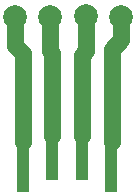
<source format=gbr>
G04 #@! TF.GenerationSoftware,KiCad,Pcbnew,(5.1.5)-3*
G04 #@! TF.CreationDate,2020-02-02T18:50:59-05:00*
G04 #@! TF.ProjectId,Low-Profile USB,4c6f772d-5072-46f6-9669-6c6520555342,rev?*
G04 #@! TF.SameCoordinates,Original*
G04 #@! TF.FileFunction,Copper,L1,Top*
G04 #@! TF.FilePolarity,Positive*
%FSLAX46Y46*%
G04 Gerber Fmt 4.6, Leading zero omitted, Abs format (unit mm)*
G04 Created by KiCad (PCBNEW (5.1.5)-3) date 2020-02-02 18:50:59*
%MOMM*%
%LPD*%
G04 APERTURE LIST*
%ADD10R,1.000000X6.410000*%
%ADD11R,1.000000X7.410000*%
%ADD12C,2.000000*%
%ADD13C,1.400000*%
G04 APERTURE END LIST*
D10*
X144750000Y-92740000D03*
X147250000Y-92740000D03*
D11*
X142250000Y-93240000D03*
X149750000Y-93240000D03*
D12*
X141600000Y-82150000D03*
X147600000Y-82100000D03*
X144600000Y-82150000D03*
X150600000Y-82150000D03*
D13*
X150600000Y-82150000D02*
X150600000Y-84100000D01*
X149765000Y-84935000D02*
X149765000Y-92780000D01*
X150600000Y-84100000D02*
X149765000Y-84935000D01*
X144600000Y-82150000D02*
X144600000Y-85100000D01*
X144765000Y-85265000D02*
X144765000Y-92280000D01*
X144600000Y-85100000D02*
X144765000Y-85265000D01*
X147600000Y-82100000D02*
X147600000Y-85100000D01*
X147265000Y-85435000D02*
X147265000Y-92280000D01*
X147600000Y-85100000D02*
X147265000Y-85435000D01*
X141600000Y-82150000D02*
X141600000Y-84600000D01*
X142265000Y-85265000D02*
X142265000Y-92780000D01*
X141600000Y-84600000D02*
X142265000Y-85265000D01*
M02*

</source>
